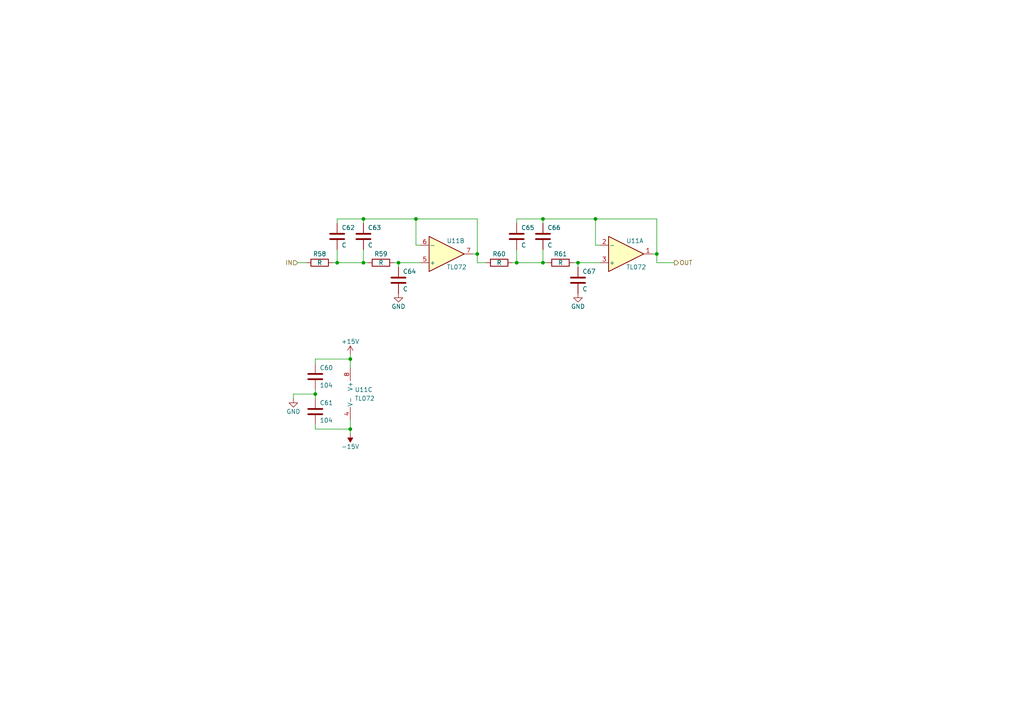
<source format=kicad_sch>
(kicad_sch (version 20231120) (generator "eeschema") (generator_version "8.0")
  (paper "A4")
  (title_block (title "Electronic crossover for 2.1 audio systems") (company "Haos Redro"))
  (lib_symbols
    (symbol "Amplifier_Operational:TL072" (pin_names (offset 0.127))
      (property "Reference" "U" (at 0 5.08 0))
      (property "Value" "TL072" (at 0 -5.08 0))
      (symbol "TL072_1_1"
        (polyline (pts (xy -5.08 5.08) (xy 5.08 0) (xy -5.08 -5.08) (xy -5.08 5.08)) (stroke (width 0.254)) (fill (type background)))
        (pin output line (at 7.62 0 180) (length 2.54) (name "~") (number "1"))
        (pin input line (at -7.62 -2.54 0) (length 2.54) (name "-") (number "2"))
        (pin input line (at -7.62 2.54 0) (length 2.54) (name "+") (number "3"))
      )
      (symbol "TL072_2_1"
        (polyline (pts (xy -5.08 5.08) (xy 5.08 0) (xy -5.08 -5.08) (xy -5.08 5.08)) (stroke (width 0.254)) (fill (type background)))
        (pin input line (at -7.62 2.54 0) (length 2.54) (name "+") (number "5"))
        (pin input line (at -7.62 -2.54 0) (length 2.54) (name "-") (number "6"))
        (pin output line (at 7.62 0 180) (length 2.54) (name "~") (number "7"))
      )
      (symbol "TL072_3_1"
        (pin power_in line (at -2.54 -7.62 90) (length 3.81) (name "V-") (number "4"))
        (pin power_in line (at -2.54 7.62 270) (length 3.81) (name "V+") (number "8"))
      )
    )
    (symbol "Device:C" (pin_numbers hide) (pin_names (offset 0.254))
      (property "Reference" "C" (at 0.635 2.54 0))
      (property "Value" "C" (at 0.635 -2.54 0))
      (symbol "C_0_1"
        (polyline (pts (xy -2.032 -0.762) (xy 2.032 -0.762)) (stroke (width 0.508)))
        (polyline (pts (xy -2.032 0.762) (xy 2.032 0.762)) (stroke (width 0.508)))
      )
      (symbol "C_1_1"
        (pin passive line (at 0 3.81 270) (length 2.794) (name "~") (number "1"))
        (pin passive line (at 0 -3.81 90) (length 2.794) (name "~") (number "2"))
      )
    )
    (symbol "Device:R" (pin_numbers hide) (pin_names (offset 0))
      (property "Reference" "R" (at 2.032 0 90))
      (property "Value" "R" (at 0 0 90))
      (symbol "R_0_1"
        (rectangle (start -1.016 -2.54) (end 1.016 2.54) (stroke (width 0.254)))
      )
      (symbol "R_1_1"
        (pin passive line (at 0 3.81 270) (length 1.27) (name "~") (number "1"))
        (pin passive line (at 0 -3.81 90) (length 1.27) (name "~") (number "2"))
      )
    )
    (symbol "power:+15V" (power) (pin_numbers hide) (pin_names (offset 0) hide)
      (property "Value" "+15V" (at 0 3.556 0))
      (symbol "+15V_0_1"
        (polyline (pts (xy -0.762 1.27) (xy 0 2.54)))
        (polyline (pts (xy 0 0) (xy 0 2.54)))
        (polyline (pts (xy 0 2.54) (xy 0.762 1.27)))
      )
      (symbol "+15V_1_1"
        (pin power_in line (at 0 0 90) (length 0) (name "~") (number "1"))
      )
    )
    (symbol "power:-15V" (power) (pin_numbers hide) (pin_names (offset 0) hide)
      (property "Value" "-15V" (at 0 3.556 0))
      (symbol "-15V_0_0"
        (pin power_in line (at 0 0 90) (length 0) (name "~") (number "1"))
      )
      (symbol "-15V_0_1"
        (polyline (pts (xy 0 0) (xy 0 1.27) (xy 0.762 1.27) (xy 0 2.54) (xy -0.762 1.27) (xy 0 1.27)) (fill (type outline)))
      )
    )
    (symbol "power:GND" (power) (pin_numbers hide) (pin_names (offset 0) hide)
      (property "Value" "GND" (at 0 -3.81 0))
      (symbol "GND_0_1"
        (polyline (pts (xy 0 0) (xy 0 -1.27) (xy 1.27 -1.27) (xy 0 -2.54) (xy -1.27 -1.27) (xy 0 -1.27)))
      )
      (symbol "GND_1_1"
        (pin power_in line (at 0 0 270) (length 0) (name "~") (number "1"))
      )
    )
  )
  (junction (at 105.41 63.5))
  (junction (at 138.43 73.66))
  (junction (at 172.72 63.5))
  (junction (at 157.48 63.5))
  (junction (at 105.41 76.2))
  (junction (at 115.57 76.2))
  (junction (at 190.5 73.66))
  (junction (at 91.44 114.3))
  (junction (at 157.48 76.2))
  (junction (at 97.79 76.2))
  (junction (at 120.65 63.5))
  (junction (at 167.64 76.2))
  (junction (at 101.6 104.14))
  (junction (at 101.6 124.46))
  (junction (at 149.86 76.2))
  (wire (pts (xy 97.79 63.5) (xy 105.41 63.5)))
  (wire (pts (xy 91.44 123.19) (xy 91.44 124.46)))
  (wire (pts (xy 91.44 105.41) (xy 91.44 104.14)))
  (wire (pts (xy 157.48 63.5) (xy 157.48 64.77)))
  (wire (pts (xy 138.43 63.5) (xy 138.43 73.66)))
  (wire (pts (xy 86.36 76.2) (xy 88.9 76.2)))
  (wire (pts (xy 91.44 114.3) (xy 91.44 115.57)))
  (wire (pts (xy 172.72 63.5) (xy 172.72 71.12)))
  (wire (pts (xy 167.64 76.2) (xy 173.99 76.2)))
  (wire (pts (xy 105.41 63.5) (xy 120.65 63.5)))
  (wire (pts (xy 101.6 104.14) (xy 101.6 106.68)))
  (wire (pts (xy 85.09 114.3) (xy 85.09 115.57)))
  (wire (pts (xy 114.3 76.2) (xy 115.57 76.2)))
  (wire (pts (xy 105.41 63.5) (xy 105.41 64.77)))
  (wire (pts (xy 149.86 64.77) (xy 149.86 63.5)))
  (wire (pts (xy 91.44 113.03) (xy 91.44 114.3)))
  (wire (pts (xy 115.57 76.2) (xy 115.57 77.47)))
  (wire (pts (xy 115.57 76.2) (xy 121.92 76.2)))
  (wire (pts (xy 166.37 76.2) (xy 167.64 76.2)))
  (wire (pts (xy 96.52 76.2) (xy 97.79 76.2)))
  (wire (pts (xy 172.72 63.5) (xy 190.5 63.5)))
  (wire (pts (xy 101.6 102.87) (xy 101.6 104.14)))
  (wire (pts (xy 157.48 72.39) (xy 157.48 76.2)))
  (wire (pts (xy 149.86 76.2) (xy 157.48 76.2)))
  (wire (pts (xy 138.43 76.2) (xy 140.97 76.2)))
  (wire (pts (xy 167.64 76.2) (xy 167.64 77.47)))
  (wire (pts (xy 157.48 63.5) (xy 172.72 63.5)))
  (wire (pts (xy 105.41 72.39) (xy 105.41 76.2)))
  (wire (pts (xy 138.43 73.66) (xy 137.16 73.66)))
  (wire (pts (xy 101.6 124.46) (xy 101.6 121.92)))
  (wire (pts (xy 190.5 73.66) (xy 189.23 73.66)))
  (wire (pts (xy 91.44 114.3) (xy 85.09 114.3)))
  (wire (pts (xy 120.65 63.5) (xy 138.43 63.5)))
  (wire (pts (xy 97.79 64.77) (xy 97.79 63.5)))
  (wire (pts (xy 157.48 76.2) (xy 158.75 76.2)))
  (wire (pts (xy 173.99 71.12) (xy 172.72 71.12)))
  (wire (pts (xy 97.79 76.2) (xy 105.41 76.2)))
  (wire (pts (xy 190.5 76.2) (xy 195.58 76.2)))
  (wire (pts (xy 120.65 63.5) (xy 120.65 71.12)))
  (wire (pts (xy 121.92 71.12) (xy 120.65 71.12)))
  (wire (pts (xy 101.6 125.73) (xy 101.6 124.46)))
  (wire (pts (xy 190.5 63.5) (xy 190.5 73.66)))
  (wire (pts (xy 91.44 104.14) (xy 101.6 104.14)))
  (wire (pts (xy 148.59 76.2) (xy 149.86 76.2)))
  (wire (pts (xy 149.86 63.5) (xy 157.48 63.5)))
  (wire (pts (xy 149.86 72.39) (xy 149.86 76.2)))
  (wire (pts (xy 190.5 73.66) (xy 190.5 76.2)))
  (wire (pts (xy 138.43 73.66) (xy 138.43 76.2)))
  (wire (pts (xy 105.41 76.2) (xy 106.68 76.2)))
  (wire (pts (xy 97.79 72.39) (xy 97.79 76.2)))
  (wire (pts (xy 91.44 124.46) (xy 101.6 124.46)))
  (hierarchical_label "IN" (shape input) (at 86.36 76.2 180))
  (hierarchical_label "OUT" (shape output) (at 195.58 76.2 0))
  (symbol (lib_id "Device:C") (at 149.86 68.58 0) (unit 1)
    (property "Reference" "C65" (at 151.13 66.04 0) (effects (justify left)))
    (property "Value" "C" (at 151.13 71.12 0) (effects (justify left)))
    (property "Footprint" "Capacitor_THT:C_Rect_L7.2mm_W7.2mm_P5.00mm_FKS2_FKP2_MKS2_MKP2" (effects (hide yes)))
    (property "Description" "Unpolarized capacitor" (effects (hide yes)))
  )
  (symbol (lib_id "power:GND") (at 115.57 85.09 0) (unit 1)
    (property "Reference" "#PWR057" (effects (hide yes)))
    (property "Value" "GND" (at 115.57 88.9 0))
    (property "Description" "Power symbol creates a global label with name \"GND\" , ground" (effects (hide yes)))
  )
  (symbol (lib_id "Device:C") (at 91.44 109.22 0) (unit 1)
    (property "Reference" "C60" (at 92.71 106.68 0) (effects (justify left)))
    (property "Value" "104" (at 92.71 111.76 0) (effects (justify left)))
    (property "Footprint" "Capacitor_SMD:C_0805_2012Metric" (effects (hide yes)))
    (property "Description" "Unpolarized capacitor" (effects (hide yes)))
  )
  (symbol (lib_id "Amplifier_Operational:TL072") (at 104.14 114.3 0) (unit 3)
    (property "Reference" "U11" (at 102.87 113.0299 0) (effects (justify left)))
    (property "Value" "TL072" (at 102.87 115.5699 0) (effects (justify left)))
    (property "Footprint" "Package_SO:SOIC-8_3.9x4.9mm_P1.27mm" (effects (hide yes)))
    (property "Datasheet" "http://www.ti.com/lit/ds/symlink/tl071.pdf" (effects (hide yes)))
    (property "Description" "Dual Low-Noise JFET-Input Operational Amplifiers, DIP-8/SOIC-8" (effects (hide yes)))
  )
  (symbol (lib_id "Device:C") (at 167.64 81.28 0) (unit 1)
    (property "Reference" "C67" (at 168.91 78.74 0) (effects (justify left)))
    (property "Value" "C" (at 168.91 83.82 0) (effects (justify left)))
    (property "Footprint" "Capacitor_THT:C_Rect_L7.2mm_W7.2mm_P5.00mm_FKS2_FKP2_MKS2_MKP2" (effects (hide yes)))
    (property "Description" "Unpolarized capacitor" (effects (hide yes)))
  )
  (symbol (lib_id "power:GND") (at 167.64 85.09 0) (unit 1)
    (property "Reference" "#PWR058" (effects (hide yes)))
    (property "Value" "GND" (at 167.64 88.9 0))
    (property "Description" "Power symbol creates a global label with name \"GND\" , ground" (effects (hide yes)))
  )
  (symbol (lib_id "Device:R") (at 144.78 76.2 90) (unit 1)
    (property "Reference" "R60" (at 144.78 73.66 90))
    (property "Value" "R" (at 144.78 76.2 90))
    (property "Footprint" "Resistor_SMD:R_0805_2012Metric" (effects (hide yes)))
    (property "Description" "Resistor" (effects (hide yes)))
  )
  (symbol (lib_id "Device:C") (at 115.57 81.28 0) (unit 1)
    (property "Reference" "C64" (at 116.84 78.74 0) (effects (justify left)))
    (property "Value" "C" (at 116.84 83.82 0) (effects (justify left)))
    (property "Footprint" "Capacitor_THT:C_Rect_L7.2mm_W7.2mm_P5.00mm_FKS2_FKP2_MKS2_MKP2" (effects (hide yes)))
    (property "Description" "Unpolarized capacitor" (effects (hide yes)))
  )
  (symbol (lib_id "Device:R") (at 162.56 76.2 90) (unit 1)
    (property "Reference" "R61" (at 162.56 73.66 90))
    (property "Value" "R" (at 162.56 76.2 90))
    (property "Footprint" "Resistor_SMD:R_0805_2012Metric" (effects (hide yes)))
    (property "Description" "Resistor" (effects (hide yes)))
  )
  (symbol (lib_id "Amplifier_Operational:TL072") (at 129.54 73.66 0) (mirror x) (unit 2)
    (property "Reference" "U11" (at 129.54 69.85 0) (effects (justify left)))
    (property "Value" "TL072" (at 129.54 77.47 0) (effects (justify left)))
    (property "Footprint" "Package_SO:SOIC-8_3.9x4.9mm_P1.27mm" (effects (hide yes)))
    (property "Datasheet" "http://www.ti.com/lit/ds/symlink/tl071.pdf" (effects (hide yes)))
    (property "Description" "Dual Low-Noise JFET-Input Operational Amplifiers, DIP-8/SOIC-8" (effects (hide yes)))
  )
  (symbol (lib_id "Device:R") (at 110.49 76.2 90) (unit 1)
    (property "Reference" "R59" (at 110.49 73.66 90))
    (property "Value" "R" (at 110.49 76.2 90))
    (property "Footprint" "Resistor_SMD:R_0805_2012Metric" (effects (hide yes)))
    (property "Description" "Resistor" (effects (hide yes)))
  )
  (symbol (lib_id "Device:C") (at 105.41 68.58 0) (unit 1)
    (property "Reference" "C63" (at 106.68 66.04 0) (effects (justify left)))
    (property "Value" "C" (at 106.68 71.12 0) (effects (justify left)))
    (property "Footprint" "Capacitor_THT:C_Rect_L7.2mm_W7.2mm_P5.00mm_FKS2_FKP2_MKS2_MKP2" (effects (hide yes)))
    (property "Description" "Unpolarized capacitor" (effects (hide yes)))
  )
  (symbol (lib_id "power:-15V") (at 101.6 125.73 0) (mirror x) (unit 1)
    (property "Reference" "#PWR056" (effects (hide yes)))
    (property "Value" "-15V" (at 101.6 129.54 0))
    (property "Description" "Power symbol creates a global label with name \"-15V\"" (effects (hide yes)))
  )
  (symbol (lib_id "Device:R") (at 92.71 76.2 90) (unit 1)
    (property "Reference" "R58" (at 92.71 73.66 90))
    (property "Value" "R" (at 92.71 76.2 90))
    (property "Footprint" "Resistor_SMD:R_0805_2012Metric" (effects (hide yes)))
    (property "Description" "Resistor" (effects (hide yes)))
  )
  (symbol (lib_id "Device:C") (at 157.48 68.58 0) (unit 1)
    (property "Reference" "C66" (at 158.75 66.04 0) (effects (justify left)))
    (property "Value" "C" (at 158.75 71.12 0) (effects (justify left)))
    (property "Footprint" "Capacitor_THT:C_Rect_L7.2mm_W7.2mm_P5.00mm_FKS2_FKP2_MKS2_MKP2" (effects (hide yes)))
    (property "Description" "Unpolarized capacitor" (effects (hide yes)))
  )
  (symbol (lib_id "power:GND") (at 85.09 115.57 0) (unit 1)
    (property "Reference" "#PWR054" (effects (hide yes)))
    (property "Value" "GND" (at 85.09 119.38 0))
    (property "Description" "Power symbol creates a global label with name \"GND\" , ground" (effects (hide yes)))
  )
  (symbol (lib_id "power:+15V") (at 101.6 102.87 0) (unit 1)
    (property "Reference" "#PWR055" (effects (hide yes)))
    (property "Value" "+15V" (at 101.6 99.06 0))
    (property "Description" "Power symbol creates a global label with name \"+15V\"" (effects (hide yes)))
  )
  (symbol (lib_id "Device:C") (at 91.44 119.38 0) (unit 1)
    (property "Reference" "C61" (at 92.71 116.84 0) (effects (justify left)))
    (property "Value" "104" (at 92.71 121.92 0) (effects (justify left)))
    (property "Footprint" "Capacitor_SMD:C_0805_2012Metric" (effects (hide yes)))
    (property "Description" "Unpolarized capacitor" (effects (hide yes)))
  )
  (symbol (lib_id "Amplifier_Operational:TL072") (at 181.61 73.66 0) (mirror x) (unit 1)
    (property "Reference" "U11" (at 181.61 69.85 0) (effects (justify left)))
    (property "Value" "TL072" (at 181.61 77.47 0) (effects (justify left)))
    (property "Footprint" "Package_SO:SOIC-8_3.9x4.9mm_P1.27mm" (effects (hide yes)))
    (property "Datasheet" "http://www.ti.com/lit/ds/symlink/tl071.pdf" (effects (hide yes)))
    (property "Description" "Dual Low-Noise JFET-Input Operational Amplifiers, DIP-8/SOIC-8" (effects (hide yes)))
  )
  (symbol (lib_id "Device:C") (at 97.79 68.58 0) (unit 1)
    (property "Reference" "C62" (at 99.06 66.04 0) (effects (justify left)))
    (property "Value" "C" (at 99.06 71.12 0) (effects (justify left)))
    (property "Footprint" "Capacitor_THT:C_Rect_L7.2mm_W7.2mm_P5.00mm_FKS2_FKP2_MKS2_MKP2" (effects (hide yes)))
    (property "Description" "Unpolarized capacitor" (effects (hide yes)))
  )
)
</source>
